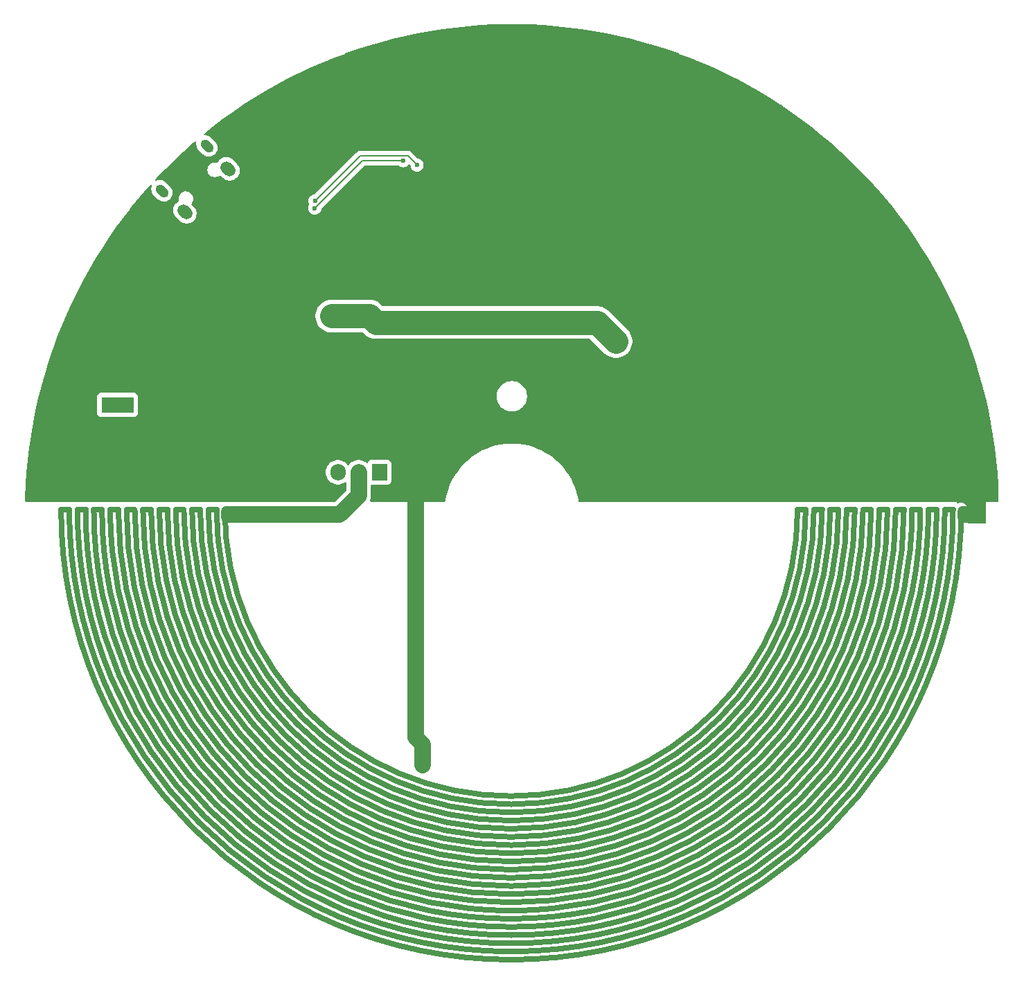
<source format=gbr>
%TF.GenerationSoftware,KiCad,Pcbnew,8.0.7*%
%TF.CreationDate,2025-03-03T14:35:13+00:00*%
%TF.ProjectId,FYP_Heater,4659505f-4865-4617-9465-722e6b696361,rev?*%
%TF.SameCoordinates,Original*%
%TF.FileFunction,Copper,L2,Bot*%
%TF.FilePolarity,Positive*%
%FSLAX46Y46*%
G04 Gerber Fmt 4.6, Leading zero omitted, Abs format (unit mm)*
G04 Created by KiCad (PCBNEW 8.0.7) date 2025-03-03 14:35:13*
%MOMM*%
%LPD*%
G01*
G04 APERTURE LIST*
G04 Aperture macros list*
%AMRoundRect*
0 Rectangle with rounded corners*
0 $1 Rounding radius*
0 $2 $3 $4 $5 $6 $7 $8 $9 X,Y pos of 4 corners*
0 Add a 4 corners polygon primitive as box body*
4,1,4,$2,$3,$4,$5,$6,$7,$8,$9,$2,$3,0*
0 Add four circle primitives for the rounded corners*
1,1,$1+$1,$2,$3*
1,1,$1+$1,$4,$5*
1,1,$1+$1,$6,$7*
1,1,$1+$1,$8,$9*
0 Add four rect primitives between the rounded corners*
20,1,$1+$1,$2,$3,$4,$5,0*
20,1,$1+$1,$4,$5,$6,$7,0*
20,1,$1+$1,$6,$7,$8,$9,0*
20,1,$1+$1,$8,$9,$2,$3,0*%
%AMHorizOval*
0 Thick line with rounded ends*
0 $1 width*
0 $2 $3 position (X,Y) of the first rounded end (center of the circle)*
0 $4 $5 position (X,Y) of the second rounded end (center of the circle)*
0 Add line between two ends*
20,1,$1,$2,$3,$4,$5,0*
0 Add two circle primitives to create the rounded ends*
1,1,$1,$2,$3*
1,1,$1,$4,$5*%
G04 Aperture macros list end*
%TA.AperFunction,Conductor*%
%ADD10C,0.700000*%
%TD*%
%TA.AperFunction,HeatsinkPad*%
%ADD11C,0.600000*%
%TD*%
%TA.AperFunction,ComponentPad*%
%ADD12R,3.960000X1.980000*%
%TD*%
%TA.AperFunction,ComponentPad*%
%ADD13O,3.960000X1.980000*%
%TD*%
%TA.AperFunction,ComponentPad*%
%ADD14HorizOval,1.150000X-0.229810X0.229810X0.229810X-0.229810X0*%
%TD*%
%TA.AperFunction,ComponentPad*%
%ADD15HorizOval,1.450000X-0.194454X0.194454X0.194454X-0.194454X0*%
%TD*%
%TA.AperFunction,ComponentPad*%
%ADD16R,1.905000X2.000000*%
%TD*%
%TA.AperFunction,ComponentPad*%
%ADD17O,1.905000X2.000000*%
%TD*%
%TA.AperFunction,SMDPad,CuDef*%
%ADD18RoundRect,0.500000X1.000000X0.500000X-1.000000X0.500000X-1.000000X-0.500000X1.000000X-0.500000X0*%
%TD*%
%TA.AperFunction,ViaPad*%
%ADD19C,0.500000*%
%TD*%
%TA.AperFunction,ViaPad*%
%ADD20C,2.400000*%
%TD*%
%TA.AperFunction,ViaPad*%
%ADD21C,0.600000*%
%TD*%
%TA.AperFunction,Conductor*%
%ADD22C,2.000000*%
%TD*%
%TA.AperFunction,Conductor*%
%ADD23C,3.000000*%
%TD*%
%TA.AperFunction,Conductor*%
%ADD24C,0.200000*%
%TD*%
G04 APERTURE END LIST*
D10*
%TO.N,Net-(H1-24V)*%
X148900000Y-99900000D02*
G75*
G02*
X48900000Y-99900000I-50000000J0D01*
G01*
X136900000Y-99900000D02*
G75*
G02*
X60900000Y-99900000I-38000000J0D01*
G01*
X146900000Y-99900000D02*
G75*
G02*
X50900000Y-99900000I-48000000J0D01*
G01*
X151900000Y-99900000D02*
G75*
G02*
X45900000Y-99900000I-53000000J0D01*
G01*
X147900000Y-99900000D02*
G75*
G02*
X49900000Y-99900000I-49000000J0D01*
G01*
X153900000Y-99900000D02*
G75*
G02*
X43900000Y-99900000I-55000000J0D01*
G01*
X133900000Y-99900000D02*
G75*
G02*
X63900000Y-99900000I-35000000J0D01*
G01*
X142900000Y-99900000D02*
G75*
G02*
X54900000Y-99900000I-44000000J0D01*
G01*
X143900000Y-99900000D02*
G75*
G02*
X53900000Y-99900000I-45000000J0D01*
G01*
X145900000Y-99900000D02*
G75*
G02*
X51900000Y-99900000I-47000000J0D01*
G01*
X135900000Y-99900000D02*
G75*
G02*
X61900000Y-99900000I-37000000J0D01*
G01*
X141900000Y-99900000D02*
G75*
G02*
X55900000Y-99900000I-43000000J0D01*
G01*
X137900000Y-99900000D02*
G75*
G02*
X59900000Y-99900000I-39000000J0D01*
G01*
X134900000Y-99900000D02*
G75*
G02*
X62900000Y-99900000I-36000000J0D01*
G01*
X152900000Y-99900000D02*
G75*
G02*
X44900000Y-99900000I-54000000J0D01*
G01*
X150900000Y-99900000D02*
G75*
G02*
X46900000Y-99900000I-52000000J0D01*
G01*
X139900000Y-99900000D02*
G75*
G02*
X57900000Y-99900000I-41000000J0D01*
G01*
X144900000Y-99900000D02*
G75*
G02*
X52900000Y-99900000I-46000000J0D01*
G01*
X140900000Y-99900000D02*
G75*
G02*
X56900000Y-99900000I-42000000J0D01*
G01*
X149900000Y-99900000D02*
G75*
G02*
X47900000Y-99900000I-51000000J0D01*
G01*
X138900000Y-99900000D02*
G75*
G02*
X58900000Y-99900000I-40000000J0D01*
G01*
%TD*%
D11*
%TO.P,U4,41,GND*%
%TO.N,GND*%
X96100000Y-48910000D03*
X96100000Y-50310000D03*
X96800000Y-48210000D03*
X96800000Y-49610000D03*
X96800000Y-51010000D03*
X97500000Y-48910000D03*
X97500000Y-50310000D03*
X98200000Y-48210000D03*
X98200000Y-49610000D03*
X98200000Y-51010000D03*
X98900000Y-48910000D03*
X98900000Y-50310000D03*
%TD*%
D12*
%TO.P,J3,1,Pin_1*%
%TO.N,5VIN*%
X50800000Y-87050000D03*
D13*
%TO.P,J3,2,Pin_2*%
%TO.N,GND*%
X50800000Y-92050000D03*
%TD*%
D14*
%TO.P,J1,6,Shield*%
%TO.N,unconnected-(J1-Shield-Pad6)_2*%
X61719061Y-55406928D03*
D15*
%TO.N,unconnected-(J1-Shield-Pad6)_1*%
X64300000Y-58200000D03*
%TO.N,unconnected-(J1-Shield-Pad6)_3*%
X59032055Y-63467945D03*
D14*
%TO.N,unconnected-(J1-Shield-Pad6)*%
X56238983Y-60887006D03*
%TD*%
D16*
%TO.P,Q4,1,G*%
%TO.N,Net-(Q4-G)*%
X82800000Y-95300000D03*
D17*
%TO.P,Q4,2,D*%
%TO.N,Net-(H1-24V)*%
X80260000Y-95300000D03*
%TO.P,Q4,3,S*%
%TO.N,5V*%
X77720000Y-95300000D03*
%TD*%
D18*
%TO.P,H1,1,24V*%
%TO.N,Net-(H1-24V)*%
X65000000Y-100500000D03*
%TO.P,H1,2,GND*%
%TO.N,GND*%
X155000000Y-100500000D03*
%TD*%
D19*
%TO.N,GND*%
X54500000Y-78800000D03*
X54500000Y-78200000D03*
D20*
X55000000Y-92050000D03*
D19*
X63825000Y-70375000D03*
X53000000Y-76500000D03*
D21*
X62100000Y-63200000D03*
X63800000Y-64500000D03*
D19*
X57225000Y-74475000D03*
X53600000Y-80000000D03*
X62525000Y-74475000D03*
X117700000Y-50500000D03*
X53000000Y-77200000D03*
D21*
X63800000Y-63900000D03*
D19*
X81875000Y-48375000D03*
X87600000Y-61300000D03*
D21*
X66100000Y-63900000D03*
X66100000Y-64500000D03*
D19*
X66025000Y-72075000D03*
X65225000Y-72075000D03*
X64325000Y-72075000D03*
X88100000Y-131800000D03*
X59025000Y-74475000D03*
X60725000Y-74475000D03*
X54000000Y-77700000D03*
D21*
X61600000Y-62700000D03*
D19*
X63825000Y-71275000D03*
D20*
%TO.N,+3V3*%
X111700000Y-79300000D03*
X77000000Y-76200000D03*
D21*
%TO.N,D-*%
X85700000Y-57200000D03*
X74900000Y-63000000D03*
%TO.N,D+*%
X87400000Y-57730000D03*
X74925735Y-62125735D03*
%TD*%
D22*
%TO.N,GND*%
X87200000Y-127700000D02*
X87200000Y-97100000D01*
X88100000Y-128600000D02*
X87200000Y-127700000D01*
X88100000Y-131100000D02*
X88100000Y-128600000D01*
D23*
%TO.N,+3V3*%
X77000000Y-76200000D02*
X81600000Y-76200000D01*
X82400000Y-77000000D02*
X109400000Y-77000000D01*
X109400000Y-77000000D02*
X111700000Y-79300000D01*
X81600000Y-76200000D02*
X82400000Y-77000000D01*
D10*
%TO.N,Net-(H1-24V)*%
X44900000Y-99900000D02*
X43900000Y-99900000D01*
X151900000Y-99900000D02*
X152900000Y-99900000D01*
X52900000Y-99900000D02*
X51900000Y-99900000D01*
X58900000Y-99900000D02*
X57900000Y-99900000D01*
X139900000Y-99900000D02*
X140900000Y-99900000D01*
X62900000Y-99900000D02*
X61900000Y-99900000D01*
X149900000Y-99900000D02*
X150900000Y-99900000D01*
X143900000Y-99900000D02*
X144900000Y-99900000D01*
X145900000Y-99900000D02*
X146900000Y-99900000D01*
X48900000Y-99900000D02*
X47900000Y-99900000D01*
X46900000Y-99900000D02*
X45900000Y-99900000D01*
X141900000Y-99900000D02*
X142900000Y-99900000D01*
X50900000Y-99900000D02*
X49900000Y-99900000D01*
X147900000Y-99900000D02*
X148900000Y-99900000D01*
D22*
X80260000Y-98205000D02*
X77965000Y-100500000D01*
D10*
X60900000Y-99900000D02*
X59900000Y-99900000D01*
X133900000Y-99900000D02*
X134900000Y-99900000D01*
X54900000Y-99900000D02*
X53900000Y-99900000D01*
D22*
X77965000Y-100500000D02*
X65000000Y-100500000D01*
X80260000Y-95300000D02*
X80260000Y-98205000D01*
D10*
X137900000Y-99900000D02*
X138900000Y-99900000D01*
X56900000Y-99900000D02*
X55900000Y-99900000D01*
X135900000Y-99900000D02*
X136900000Y-99900000D01*
D24*
%TO.N,D-*%
X74900000Y-63000000D02*
X80700000Y-57200000D01*
X80700000Y-57200000D02*
X85700000Y-57200000D01*
%TO.N,D+*%
X80451470Y-56600000D02*
X74925735Y-62125735D01*
X86270000Y-56600000D02*
X80451470Y-56600000D01*
X87400000Y-57730000D02*
X86270000Y-56600000D01*
%TD*%
%TA.AperFunction,Conductor*%
%TO.N,GND*%
G36*
X54800000Y-80300000D02*
G01*
X51725000Y-80322500D01*
X51720000Y-76450000D01*
X52100000Y-76100000D01*
X54800000Y-76100000D01*
X54800000Y-80300000D01*
G37*
%TD.AperFunction*%
%TD*%
%TA.AperFunction,Conductor*%
%TO.N,GND*%
G36*
X99774005Y-40505556D02*
G01*
X101315087Y-40545576D01*
X101318173Y-40545696D01*
X102857792Y-40625716D01*
X102860892Y-40625918D01*
X104397840Y-40745874D01*
X104401007Y-40746163D01*
X105934288Y-40905975D01*
X105937456Y-40906347D01*
X107466115Y-41105917D01*
X107469260Y-41106370D01*
X108992142Y-41345544D01*
X108995255Y-41346074D01*
X110511487Y-41624717D01*
X110514646Y-41625340D01*
X112023118Y-41943247D01*
X112026172Y-41943933D01*
X113525902Y-42300899D01*
X113528947Y-42301665D01*
X115018925Y-42697450D01*
X115021931Y-42698290D01*
X116501141Y-43132626D01*
X116504113Y-43133541D01*
X117971490Y-43606112D01*
X117974531Y-43607134D01*
X119429179Y-44117652D01*
X119432142Y-44118736D01*
X120873035Y-44666841D01*
X120875969Y-44668002D01*
X122302104Y-45253311D01*
X122305016Y-45254549D01*
X123143715Y-45624489D01*
X123715539Y-45876713D01*
X123718467Y-45878051D01*
X125112256Y-46536573D01*
X125115149Y-46537986D01*
X125904517Y-46936324D01*
X126491403Y-47232484D01*
X126494242Y-47233963D01*
X127852033Y-47963972D01*
X127854849Y-47965534D01*
X129193162Y-48730507D01*
X129195936Y-48732140D01*
X130514050Y-49531666D01*
X130516739Y-49533346D01*
X131813566Y-50366767D01*
X131816208Y-50368512D01*
X132283544Y-50686291D01*
X133091037Y-51235370D01*
X133093675Y-51237215D01*
X134345474Y-52136804D01*
X134348064Y-52138716D01*
X135576140Y-53070542D01*
X135578679Y-53072521D01*
X136782144Y-54035909D01*
X136784625Y-54037949D01*
X137962678Y-55032259D01*
X137965057Y-55034319D01*
X139050147Y-55999500D01*
X139116913Y-56058888D01*
X139119276Y-56061045D01*
X140228152Y-57100184D01*
X140244129Y-57115156D01*
X140246449Y-57117388D01*
X141343562Y-58200351D01*
X141345824Y-58202642D01*
X142414435Y-59313701D01*
X142416636Y-59316050D01*
X142683354Y-59608178D01*
X143190010Y-60163102D01*
X143456025Y-60454459D01*
X143458165Y-60456864D01*
X144467707Y-61621937D01*
X144469783Y-61624398D01*
X145448675Y-62815211D01*
X145450687Y-62817724D01*
X146398358Y-64033576D01*
X146400304Y-64036141D01*
X147316108Y-65276210D01*
X147317987Y-65278824D01*
X148201275Y-66542227D01*
X148203085Y-66544889D01*
X149053265Y-67830780D01*
X149055006Y-67833488D01*
X149871538Y-69141053D01*
X149873208Y-69143806D01*
X150655524Y-70472133D01*
X150657121Y-70474928D01*
X151404663Y-71823071D01*
X151406188Y-71825907D01*
X152118501Y-73193044D01*
X152119951Y-73195918D01*
X152796525Y-74581072D01*
X152797900Y-74583983D01*
X153438266Y-75986189D01*
X153439566Y-75989134D01*
X154043350Y-77407576D01*
X154044572Y-77410554D01*
X154611304Y-78844131D01*
X154612449Y-78847140D01*
X155141789Y-80294987D01*
X155142855Y-80298025D01*
X155634421Y-81759102D01*
X155635408Y-81762167D01*
X156088878Y-83235515D01*
X156089785Y-83238604D01*
X156504858Y-84723244D01*
X156505684Y-84726355D01*
X156729732Y-85616206D01*
X156829417Y-86012127D01*
X156882064Y-86221223D01*
X156882810Y-86224355D01*
X157220272Y-87728574D01*
X157220935Y-87731724D01*
X157519218Y-89244115D01*
X157519800Y-89247281D01*
X157778722Y-90766915D01*
X157779222Y-90770096D01*
X157998610Y-92295974D01*
X157999027Y-92299166D01*
X158178731Y-93830252D01*
X158179064Y-93833454D01*
X158318953Y-95368603D01*
X158319204Y-95371813D01*
X158419195Y-96910146D01*
X158419362Y-96913361D01*
X158479383Y-98453729D01*
X158479467Y-98456947D01*
X158483589Y-98774390D01*
X158464776Y-98841679D01*
X158412571Y-98888116D01*
X158359599Y-98900000D01*
X156900000Y-98900000D01*
X156900000Y-97800000D01*
X153400000Y-97800000D01*
X153400000Y-98900000D01*
X107237095Y-98900000D01*
X107170056Y-98880315D01*
X107124301Y-98827511D01*
X107114979Y-98797532D01*
X107112063Y-98780992D01*
X107026189Y-98293981D01*
X106887632Y-97738258D01*
X106710647Y-97193554D01*
X106496096Y-96662523D01*
X106245026Y-96147752D01*
X105958658Y-95651748D01*
X105638388Y-95176929D01*
X105638381Y-95176920D01*
X105638377Y-95176914D01*
X105285790Y-94725622D01*
X105285774Y-94725603D01*
X104902543Y-94299982D01*
X104490564Y-93902138D01*
X104490557Y-93902132D01*
X104490551Y-93902126D01*
X104327190Y-93765050D01*
X104051829Y-93533994D01*
X104051800Y-93533971D01*
X103588453Y-93197330D01*
X103588452Y-93197329D01*
X103102757Y-92893833D01*
X103102752Y-92893830D01*
X103102750Y-92893829D01*
X102597075Y-92624957D01*
X102597064Y-92624951D01*
X102597048Y-92624943D01*
X102073827Y-92391991D01*
X101535630Y-92196103D01*
X100985122Y-92038247D01*
X100985093Y-92038240D01*
X100985090Y-92038239D01*
X100985084Y-92038237D01*
X100985073Y-92038235D01*
X100424884Y-91919164D01*
X100424885Y-91919164D01*
X100424870Y-91919161D01*
X100424862Y-91919159D01*
X100424847Y-91919157D01*
X99857705Y-91839451D01*
X99286380Y-91799500D01*
X99286368Y-91799500D01*
X98713632Y-91799500D01*
X98713619Y-91799500D01*
X98142294Y-91839451D01*
X97575152Y-91919157D01*
X97575133Y-91919160D01*
X97575130Y-91919161D01*
X97575123Y-91919162D01*
X97575115Y-91919164D01*
X97014926Y-92038235D01*
X97014877Y-92038247D01*
X96464369Y-92196103D01*
X95926172Y-92391991D01*
X95402951Y-92624943D01*
X95402924Y-92624957D01*
X94897256Y-92893825D01*
X94897253Y-92893827D01*
X94411547Y-93197329D01*
X94411546Y-93197330D01*
X93948199Y-93533971D01*
X93948170Y-93533994D01*
X93509460Y-93902116D01*
X93509435Y-93902138D01*
X93097456Y-94299982D01*
X92714225Y-94725603D01*
X92714209Y-94725622D01*
X92361622Y-95176914D01*
X92361616Y-95176923D01*
X92041342Y-95651746D01*
X92041341Y-95651749D01*
X91754976Y-96147747D01*
X91503901Y-96662529D01*
X91289353Y-97193552D01*
X91112373Y-97738240D01*
X91112368Y-97738256D01*
X90973809Y-98293988D01*
X90899743Y-98714038D01*
X90889102Y-98774390D01*
X90885021Y-98797532D01*
X90853994Y-98860135D01*
X90794047Y-98896026D01*
X90762905Y-98900000D01*
X81782571Y-98900000D01*
X81715532Y-98880315D01*
X81669777Y-98827511D01*
X81659833Y-98758353D01*
X81664640Y-98737682D01*
X81723553Y-98556369D01*
X81748642Y-98397961D01*
X81760500Y-98323097D01*
X81760500Y-96924499D01*
X81780185Y-96857460D01*
X81832989Y-96811705D01*
X81884495Y-96800499D01*
X83800372Y-96800499D01*
X83859983Y-96794091D01*
X83994831Y-96743796D01*
X84110046Y-96657546D01*
X84196296Y-96542331D01*
X84246591Y-96407483D01*
X84253000Y-96347873D01*
X84252999Y-94252128D01*
X84246591Y-94192517D01*
X84233369Y-94157068D01*
X84196297Y-94057671D01*
X84196293Y-94057664D01*
X84110047Y-93942455D01*
X84110044Y-93942452D01*
X83994835Y-93856206D01*
X83994828Y-93856202D01*
X83859982Y-93805908D01*
X83859983Y-93805908D01*
X83800383Y-93799501D01*
X83800381Y-93799500D01*
X83800373Y-93799500D01*
X83800364Y-93799500D01*
X81799629Y-93799500D01*
X81799623Y-93799501D01*
X81740016Y-93805908D01*
X81605171Y-93856202D01*
X81605164Y-93856206D01*
X81489955Y-93942452D01*
X81489952Y-93942455D01*
X81403706Y-94057664D01*
X81403699Y-94057676D01*
X81396596Y-94076721D01*
X81354723Y-94132653D01*
X81289258Y-94157068D01*
X81220986Y-94142214D01*
X81207538Y-94133707D01*
X81046433Y-94016657D01*
X81032942Y-94009783D01*
X80835996Y-93909433D01*
X80611368Y-93836446D01*
X80378097Y-93799500D01*
X80378092Y-93799500D01*
X80141908Y-93799500D01*
X80141903Y-93799500D01*
X79908631Y-93836446D01*
X79684003Y-93909433D01*
X79473566Y-94016657D01*
X79417119Y-94057669D01*
X79282490Y-94155483D01*
X79282488Y-94155485D01*
X79282487Y-94155485D01*
X79115482Y-94322490D01*
X79078215Y-94373784D01*
X79022885Y-94416449D01*
X78953271Y-94422427D01*
X78891477Y-94389820D01*
X78877582Y-94373784D01*
X78828286Y-94305934D01*
X78666566Y-94144214D01*
X78481538Y-94009783D01*
X78277755Y-93905950D01*
X78060248Y-93835278D01*
X77874812Y-93805908D01*
X77834354Y-93799500D01*
X77605646Y-93799500D01*
X77565188Y-93805908D01*
X77379753Y-93835278D01*
X77379750Y-93835278D01*
X77162244Y-93905950D01*
X76958461Y-94009783D01*
X76892550Y-94057671D01*
X76773434Y-94144214D01*
X76773432Y-94144216D01*
X76773431Y-94144216D01*
X76611716Y-94305931D01*
X76611716Y-94305932D01*
X76611714Y-94305934D01*
X76562418Y-94373784D01*
X76477283Y-94490961D01*
X76373450Y-94694744D01*
X76302778Y-94912250D01*
X76302778Y-94912253D01*
X76267000Y-95138146D01*
X76267000Y-95461853D01*
X76302778Y-95687746D01*
X76302778Y-95687749D01*
X76373450Y-95905255D01*
X76373452Y-95905258D01*
X76477283Y-96109038D01*
X76611714Y-96294066D01*
X76773434Y-96455786D01*
X76958462Y-96590217D01*
X77162242Y-96694048D01*
X77162244Y-96694049D01*
X77379751Y-96764721D01*
X77379752Y-96764721D01*
X77379755Y-96764722D01*
X77605646Y-96800500D01*
X77605647Y-96800500D01*
X77834353Y-96800500D01*
X77834354Y-96800500D01*
X78060245Y-96764722D01*
X78060248Y-96764721D01*
X78060249Y-96764721D01*
X78277755Y-96694049D01*
X78277755Y-96694048D01*
X78277758Y-96694048D01*
X78481538Y-96590217D01*
X78562615Y-96531310D01*
X78628420Y-96507831D01*
X78696474Y-96523656D01*
X78745169Y-96573762D01*
X78759500Y-96631629D01*
X78759500Y-97532111D01*
X78739815Y-97599150D01*
X78723181Y-97619792D01*
X77479292Y-98863681D01*
X77417969Y-98897166D01*
X77391611Y-98900000D01*
X39640401Y-98900000D01*
X39573362Y-98880315D01*
X39527607Y-98827511D01*
X39516411Y-98774390D01*
X39516888Y-98737682D01*
X39520532Y-98456922D01*
X39520616Y-98453729D01*
X39525707Y-98323092D01*
X39580637Y-96913346D01*
X39580804Y-96910146D01*
X39587931Y-96800498D01*
X39680799Y-95371753D01*
X39681041Y-95368665D01*
X39820938Y-93833424D01*
X39821268Y-93830252D01*
X40000978Y-92299119D01*
X40001382Y-92296021D01*
X40220790Y-90770012D01*
X40221261Y-90767014D01*
X40480209Y-89247223D01*
X40480772Y-89244161D01*
X40779071Y-87731688D01*
X40779727Y-87728574D01*
X41117206Y-86224279D01*
X41117916Y-86221301D01*
X41170580Y-86012135D01*
X48319500Y-86012135D01*
X48319500Y-88087870D01*
X48319501Y-88087876D01*
X48325908Y-88147483D01*
X48376202Y-88282328D01*
X48376206Y-88282335D01*
X48462452Y-88397544D01*
X48462455Y-88397547D01*
X48577664Y-88483793D01*
X48577671Y-88483797D01*
X48712517Y-88534091D01*
X48712516Y-88534091D01*
X48719444Y-88534835D01*
X48772127Y-88540500D01*
X52827872Y-88540499D01*
X52887483Y-88534091D01*
X53022331Y-88483796D01*
X53137546Y-88397546D01*
X53223796Y-88282331D01*
X53274091Y-88147483D01*
X53280500Y-88087873D01*
X53280499Y-86012128D01*
X53274091Y-85952517D01*
X53246563Y-85878711D01*
X97149500Y-85878711D01*
X97149500Y-86121288D01*
X97181161Y-86361785D01*
X97243947Y-86596104D01*
X97336773Y-86820205D01*
X97336776Y-86820212D01*
X97458064Y-87030289D01*
X97458066Y-87030292D01*
X97458067Y-87030293D01*
X97605733Y-87222736D01*
X97605739Y-87222743D01*
X97777256Y-87394260D01*
X97777262Y-87394265D01*
X97969711Y-87541936D01*
X98179788Y-87663224D01*
X98403900Y-87756054D01*
X98638211Y-87818838D01*
X98818586Y-87842584D01*
X98878711Y-87850500D01*
X98878712Y-87850500D01*
X99121289Y-87850500D01*
X99169388Y-87844167D01*
X99361789Y-87818838D01*
X99596100Y-87756054D01*
X99820212Y-87663224D01*
X100030289Y-87541936D01*
X100222738Y-87394265D01*
X100394265Y-87222738D01*
X100541936Y-87030289D01*
X100663224Y-86820212D01*
X100756054Y-86596100D01*
X100818838Y-86361789D01*
X100850500Y-86121288D01*
X100850500Y-85878712D01*
X100818838Y-85638211D01*
X100756054Y-85403900D01*
X100663224Y-85179788D01*
X100541936Y-84969711D01*
X100394265Y-84777262D01*
X100394260Y-84777256D01*
X100222743Y-84605739D01*
X100222736Y-84605733D01*
X100030293Y-84458067D01*
X100030292Y-84458066D01*
X100030289Y-84458064D01*
X99820212Y-84336776D01*
X99820205Y-84336773D01*
X99596104Y-84243947D01*
X99361785Y-84181161D01*
X99121289Y-84149500D01*
X99121288Y-84149500D01*
X98878712Y-84149500D01*
X98878711Y-84149500D01*
X98638214Y-84181161D01*
X98403895Y-84243947D01*
X98179794Y-84336773D01*
X98179785Y-84336777D01*
X97969706Y-84458067D01*
X97777263Y-84605733D01*
X97777256Y-84605739D01*
X97605739Y-84777256D01*
X97605733Y-84777263D01*
X97458067Y-84969706D01*
X97336777Y-85179785D01*
X97336773Y-85179794D01*
X97243947Y-85403895D01*
X97181161Y-85638214D01*
X97149500Y-85878711D01*
X53246563Y-85878711D01*
X53223796Y-85817669D01*
X53223795Y-85817668D01*
X53223793Y-85817664D01*
X53137547Y-85702455D01*
X53137544Y-85702452D01*
X53022335Y-85616206D01*
X53022328Y-85616202D01*
X52887482Y-85565908D01*
X52887483Y-85565908D01*
X52827883Y-85559501D01*
X52827881Y-85559500D01*
X52827873Y-85559500D01*
X52827864Y-85559500D01*
X48772129Y-85559500D01*
X48772123Y-85559501D01*
X48712516Y-85565908D01*
X48577671Y-85616202D01*
X48577664Y-85616206D01*
X48462455Y-85702452D01*
X48462452Y-85702455D01*
X48376206Y-85817664D01*
X48376202Y-85817671D01*
X48325908Y-85952517D01*
X48319501Y-86012116D01*
X48319501Y-86012123D01*
X48319500Y-86012135D01*
X41170580Y-86012135D01*
X41494328Y-84726304D01*
X41495127Y-84723294D01*
X41910227Y-83238557D01*
X41911106Y-83235562D01*
X42364607Y-81762117D01*
X42365561Y-81759153D01*
X42857157Y-80297985D01*
X42858195Y-80295027D01*
X43387558Y-78847118D01*
X43388695Y-78844131D01*
X43406916Y-78798041D01*
X43955438Y-77410525D01*
X43956649Y-77407576D01*
X44364257Y-76450000D01*
X51720000Y-76450000D01*
X51725000Y-80322500D01*
X54800000Y-80300000D01*
X54800000Y-76100000D01*
X52100000Y-76100000D01*
X51720000Y-76450000D01*
X44364257Y-76450000D01*
X44526491Y-76068872D01*
X74999500Y-76068872D01*
X74999500Y-76331127D01*
X75026123Y-76533339D01*
X75033730Y-76591116D01*
X75101602Y-76844418D01*
X75101605Y-76844428D01*
X75201953Y-77086690D01*
X75201958Y-77086700D01*
X75333075Y-77313803D01*
X75492718Y-77521851D01*
X75492726Y-77521860D01*
X75678140Y-77707274D01*
X75678148Y-77707281D01*
X75886196Y-77866924D01*
X76113299Y-77998041D01*
X76113309Y-77998046D01*
X76355571Y-78098394D01*
X76355581Y-78098398D01*
X76608884Y-78166270D01*
X76868880Y-78200500D01*
X80720004Y-78200500D01*
X80787043Y-78220185D01*
X80807685Y-78236819D01*
X81078144Y-78507279D01*
X81078150Y-78507284D01*
X81195868Y-78597611D01*
X81195869Y-78597612D01*
X81286186Y-78666916D01*
X81286189Y-78666918D01*
X81286197Y-78666924D01*
X81368173Y-78714252D01*
X81512108Y-78797354D01*
X81513292Y-78798037D01*
X81513299Y-78798041D01*
X81513300Y-78798041D01*
X81513303Y-78798043D01*
X81755581Y-78898398D01*
X82008884Y-78966271D01*
X82130853Y-78982328D01*
X82268880Y-79000500D01*
X108520004Y-79000500D01*
X108587043Y-79020185D01*
X108607685Y-79036819D01*
X110378143Y-80807278D01*
X110378150Y-80807284D01*
X110586188Y-80966916D01*
X110586192Y-80966918D01*
X110586198Y-80966923D01*
X110813303Y-81098043D01*
X111055581Y-81198398D01*
X111308884Y-81266271D01*
X111503881Y-81291942D01*
X111568879Y-81300499D01*
X111568880Y-81300499D01*
X111831120Y-81300499D01*
X111883118Y-81293653D01*
X112091115Y-81266271D01*
X112344419Y-81198398D01*
X112534871Y-81119509D01*
X112586688Y-81098047D01*
X112586689Y-81098045D01*
X112586697Y-81098043D01*
X112813802Y-80966923D01*
X113021851Y-80807283D01*
X113207283Y-80621851D01*
X113366923Y-80413802D01*
X113498043Y-80186697D01*
X113598398Y-79944419D01*
X113666271Y-79691115D01*
X113700499Y-79431119D01*
X113700499Y-79168880D01*
X113666271Y-78908884D01*
X113598398Y-78655581D01*
X113498043Y-78413303D01*
X113366923Y-78186198D01*
X113366918Y-78186192D01*
X113366916Y-78186188D01*
X113207284Y-77978150D01*
X113207278Y-77978143D01*
X110721856Y-75492721D01*
X110721849Y-75492715D01*
X110604131Y-75402388D01*
X110604130Y-75402387D01*
X110513803Y-75333075D01*
X110286700Y-75201958D01*
X110286690Y-75201954D01*
X110044419Y-75101602D01*
X109791112Y-75033728D01*
X109661118Y-75016615D01*
X109531127Y-74999500D01*
X109531120Y-74999500D01*
X83279996Y-74999500D01*
X83212957Y-74979815D01*
X83192315Y-74963181D01*
X82921855Y-74692720D01*
X82921849Y-74692715D01*
X82804131Y-74602388D01*
X82804130Y-74602387D01*
X82713803Y-74533075D01*
X82486700Y-74401958D01*
X82486690Y-74401954D01*
X82244419Y-74301602D01*
X81991116Y-74233729D01*
X81991115Y-74233728D01*
X81991112Y-74233728D01*
X81861118Y-74216615D01*
X81731127Y-74199500D01*
X81731120Y-74199500D01*
X76868880Y-74199500D01*
X76868872Y-74199500D01*
X76637772Y-74229926D01*
X76608884Y-74233730D01*
X76355581Y-74301602D01*
X76355571Y-74301605D01*
X76113309Y-74401953D01*
X76113299Y-74401958D01*
X75886196Y-74533075D01*
X75678148Y-74692718D01*
X75492718Y-74878148D01*
X75333075Y-75086196D01*
X75201958Y-75313299D01*
X75201953Y-75313309D01*
X75101605Y-75555571D01*
X75101602Y-75555581D01*
X75044061Y-75770330D01*
X75033730Y-75808885D01*
X74999500Y-76068872D01*
X44526491Y-76068872D01*
X44560450Y-75989093D01*
X44561714Y-75986232D01*
X45202110Y-74583958D01*
X45203474Y-74581072D01*
X45880089Y-73195836D01*
X45881457Y-73193124D01*
X46593847Y-71825838D01*
X46595298Y-71823140D01*
X47342906Y-70474878D01*
X47344447Y-70472181D01*
X48126821Y-69143755D01*
X48128430Y-69141103D01*
X48945044Y-67833408D01*
X48946681Y-67830862D01*
X49796940Y-66544849D01*
X49798697Y-66542266D01*
X50682035Y-65278791D01*
X50683891Y-65276210D01*
X51101644Y-64710541D01*
X51599703Y-64036129D01*
X51601604Y-64033624D01*
X52269252Y-63177037D01*
X57612102Y-63177037D01*
X57612102Y-63369944D01*
X57642277Y-63560463D01*
X57701886Y-63743919D01*
X57701889Y-63743926D01*
X57783943Y-63904967D01*
X57789459Y-63915793D01*
X57902842Y-64071851D01*
X58428149Y-64597158D01*
X58584207Y-64710541D01*
X58756073Y-64798110D01*
X58756083Y-64798115D01*
X58820322Y-64818987D01*
X58939538Y-64857723D01*
X59130060Y-64887899D01*
X59130061Y-64887899D01*
X59322957Y-64887899D01*
X59322958Y-64887899D01*
X59513481Y-64857723D01*
X59696937Y-64798114D01*
X59868811Y-64710541D01*
X60024869Y-64597158D01*
X60161268Y-64460759D01*
X60274651Y-64304701D01*
X60362224Y-64132827D01*
X60421833Y-63949371D01*
X60452009Y-63758848D01*
X60452009Y-63565950D01*
X60421833Y-63375428D01*
X60362224Y-63191971D01*
X60274651Y-63020097D01*
X60260047Y-62999996D01*
X74094435Y-62999996D01*
X74094435Y-63000003D01*
X74114630Y-63179249D01*
X74114631Y-63179254D01*
X74174211Y-63349523D01*
X74270184Y-63502262D01*
X74397738Y-63629816D01*
X74550478Y-63725789D01*
X74720745Y-63785368D01*
X74720750Y-63785369D01*
X74899996Y-63805565D01*
X74900000Y-63805565D01*
X74900004Y-63805565D01*
X75079249Y-63785369D01*
X75079252Y-63785368D01*
X75079255Y-63785368D01*
X75249522Y-63725789D01*
X75402262Y-63629816D01*
X75529816Y-63502262D01*
X75625789Y-63349522D01*
X75685368Y-63179255D01*
X75695161Y-63092329D01*
X75722226Y-63027918D01*
X75730690Y-63018543D01*
X80912417Y-57836819D01*
X80973740Y-57803334D01*
X81000098Y-57800500D01*
X85117588Y-57800500D01*
X85184627Y-57820185D01*
X85194903Y-57827555D01*
X85197736Y-57829814D01*
X85197738Y-57829816D01*
X85350478Y-57925789D01*
X85520745Y-57985368D01*
X85520750Y-57985369D01*
X85699996Y-58005565D01*
X85700000Y-58005565D01*
X85700004Y-58005565D01*
X85879249Y-57985369D01*
X85879252Y-57985368D01*
X85879255Y-57985368D01*
X86049522Y-57925789D01*
X86202262Y-57829816D01*
X86329816Y-57702262D01*
X86329816Y-57702261D01*
X86334741Y-57697337D01*
X86335862Y-57698458D01*
X86386203Y-57663118D01*
X86456015Y-57660263D01*
X86513652Y-57692887D01*
X86569298Y-57748533D01*
X86602783Y-57809856D01*
X86604837Y-57822330D01*
X86614630Y-57909249D01*
X86614631Y-57909254D01*
X86614632Y-57909255D01*
X86622538Y-57931849D01*
X86674210Y-58079521D01*
X86770184Y-58232262D01*
X86897738Y-58359816D01*
X87050478Y-58455789D01*
X87150828Y-58490903D01*
X87220745Y-58515368D01*
X87220750Y-58515369D01*
X87399996Y-58535565D01*
X87400000Y-58535565D01*
X87400004Y-58535565D01*
X87579249Y-58515369D01*
X87579252Y-58515368D01*
X87579255Y-58515368D01*
X87749522Y-58455789D01*
X87902262Y-58359816D01*
X88029816Y-58232262D01*
X88125789Y-58079522D01*
X88185368Y-57909255D01*
X88194319Y-57829814D01*
X88205565Y-57730003D01*
X88205565Y-57729996D01*
X88185369Y-57550750D01*
X88185368Y-57550745D01*
X88125788Y-57380476D01*
X88029815Y-57227737D01*
X87902262Y-57100184D01*
X87749521Y-57004210D01*
X87579249Y-56944630D01*
X87492330Y-56934837D01*
X87427916Y-56907770D01*
X87418533Y-56899298D01*
X86757590Y-56238355D01*
X86757588Y-56238352D01*
X86638717Y-56119481D01*
X86638709Y-56119475D01*
X86517658Y-56049587D01*
X86517655Y-56049586D01*
X86501785Y-56040423D01*
X86349057Y-55999499D01*
X86190943Y-55999499D01*
X86183347Y-55999499D01*
X86183331Y-55999500D01*
X80372410Y-55999500D01*
X80331489Y-56010464D01*
X80331489Y-56010465D01*
X80294221Y-56020451D01*
X80219684Y-56040423D01*
X80219679Y-56040426D01*
X80082760Y-56119475D01*
X80082752Y-56119481D01*
X79970948Y-56231286D01*
X74907200Y-61295033D01*
X74845877Y-61328518D01*
X74833403Y-61330572D01*
X74746485Y-61340365D01*
X74576213Y-61399945D01*
X74423472Y-61495919D01*
X74295919Y-61623472D01*
X74199946Y-61776211D01*
X74140366Y-61946480D01*
X74140365Y-61946485D01*
X74120170Y-62125731D01*
X74120170Y-62125738D01*
X74140365Y-62304984D01*
X74140368Y-62304997D01*
X74199944Y-62475253D01*
X74199945Y-62475255D01*
X74199946Y-62475257D01*
X74200672Y-62476412D01*
X74200913Y-62477267D01*
X74202966Y-62481529D01*
X74202219Y-62481888D01*
X74219675Y-62543647D01*
X74200676Y-62608359D01*
X74174208Y-62650482D01*
X74114633Y-62820737D01*
X74114630Y-62820750D01*
X74094435Y-62999996D01*
X60260047Y-62999996D01*
X60161268Y-62864039D01*
X59876963Y-62579734D01*
X59843478Y-62518411D01*
X59848462Y-62448719D01*
X59872495Y-62409080D01*
X59888331Y-62391493D01*
X59982977Y-62227561D01*
X60041472Y-62047533D01*
X60061258Y-61859277D01*
X60041472Y-61671021D01*
X59982977Y-61490993D01*
X59888331Y-61327061D01*
X59761669Y-61186389D01*
X59761668Y-61186388D01*
X59608532Y-61075128D01*
X59608527Y-61075125D01*
X59435605Y-60998134D01*
X59435600Y-60998132D01*
X59289799Y-60967142D01*
X59250444Y-60958777D01*
X59061152Y-60958777D01*
X59028695Y-60965675D01*
X58875995Y-60998132D01*
X58875990Y-60998134D01*
X58703068Y-61075125D01*
X58703063Y-61075128D01*
X58549927Y-61186388D01*
X58423264Y-61327062D01*
X58328619Y-61490992D01*
X58328616Y-61490999D01*
X58270125Y-61671017D01*
X58270124Y-61671021D01*
X58259068Y-61776213D01*
X58250338Y-61859277D01*
X58270124Y-62047533D01*
X58270125Y-62047537D01*
X58276339Y-62066662D01*
X58278332Y-62136503D01*
X58242250Y-62196335D01*
X58214705Y-62215460D01*
X58195301Y-62225347D01*
X58192254Y-62227561D01*
X58039241Y-62338732D01*
X58039239Y-62338734D01*
X58039238Y-62338734D01*
X57902844Y-62475128D01*
X57902844Y-62475129D01*
X57902842Y-62475131D01*
X57898194Y-62481529D01*
X57789462Y-62631184D01*
X57789457Y-62631192D01*
X57701889Y-62803055D01*
X57701886Y-62803062D01*
X57642277Y-62986518D01*
X57612102Y-63177037D01*
X52269252Y-63177037D01*
X52549325Y-62817706D01*
X52551324Y-62815211D01*
X52561317Y-62803055D01*
X53530248Y-61624359D01*
X53532259Y-61621975D01*
X54541874Y-60456818D01*
X54543931Y-60454506D01*
X54778562Y-60197523D01*
X54838300Y-60161288D01*
X54908146Y-60163102D01*
X54965923Y-60202390D01*
X54993289Y-60266677D01*
X54988065Y-60319451D01*
X54960154Y-60405348D01*
X54933673Y-60572546D01*
X54933673Y-60741845D01*
X54960154Y-60909043D01*
X55012469Y-61070049D01*
X55065323Y-61173778D01*
X55079427Y-61201460D01*
X55089325Y-61220884D01*
X55188821Y-61357830D01*
X55188825Y-61357835D01*
X55188827Y-61357837D01*
X55768152Y-61937162D01*
X55905108Y-62036667D01*
X56055945Y-62113521D01*
X56216946Y-62165834D01*
X56279647Y-62175764D01*
X56384144Y-62192316D01*
X56384149Y-62192316D01*
X56553442Y-62192316D01*
X56720640Y-62165834D01*
X56881642Y-62113521D01*
X57032478Y-62036667D01*
X57169434Y-61937162D01*
X57289139Y-61817457D01*
X57388644Y-61680501D01*
X57465498Y-61529665D01*
X57517811Y-61368663D01*
X57529473Y-61295033D01*
X57544293Y-61201465D01*
X57544293Y-61032166D01*
X57526638Y-60920703D01*
X57517811Y-60864969D01*
X57465498Y-60703968D01*
X57388644Y-60553131D01*
X57289139Y-60416175D01*
X56709814Y-59836850D01*
X56709812Y-59836848D01*
X56709807Y-59836844D01*
X56572861Y-59737348D01*
X56572860Y-59737347D01*
X56572858Y-59737346D01*
X56525755Y-59713346D01*
X56422026Y-59660492D01*
X56261020Y-59608177D01*
X56093822Y-59581696D01*
X56093817Y-59581696D01*
X55924529Y-59581696D01*
X55924524Y-59581696D01*
X55757325Y-59608177D01*
X55596316Y-59660493D01*
X55591896Y-59662746D01*
X55523226Y-59675636D01*
X55458488Y-59649354D01*
X55418236Y-59592244D01*
X55415249Y-59522438D01*
X55444036Y-59468650D01*
X55583396Y-59316014D01*
X55585531Y-59313736D01*
X56537701Y-58323743D01*
X61785872Y-58323743D01*
X61805658Y-58511999D01*
X61805659Y-58512002D01*
X61864150Y-58692020D01*
X61864153Y-58692027D01*
X61958799Y-58855959D01*
X62054043Y-58961738D01*
X62085461Y-58996631D01*
X62238597Y-59107891D01*
X62238602Y-59107894D01*
X62411524Y-59184885D01*
X62411529Y-59184887D01*
X62596686Y-59224243D01*
X62596687Y-59224243D01*
X62785976Y-59224243D01*
X62785978Y-59224243D01*
X62971135Y-59184887D01*
X63144062Y-59107894D01*
X63249931Y-59030975D01*
X63315734Y-59007497D01*
X63383788Y-59023322D01*
X63410495Y-59043614D01*
X63696094Y-59329213D01*
X63852152Y-59442596D01*
X63903283Y-59468648D01*
X64024028Y-59530170D01*
X64088267Y-59551042D01*
X64207483Y-59589778D01*
X64398005Y-59619954D01*
X64398006Y-59619954D01*
X64590902Y-59619954D01*
X64590903Y-59619954D01*
X64781426Y-59589778D01*
X64964882Y-59530169D01*
X65136756Y-59442596D01*
X65292814Y-59329213D01*
X65429213Y-59192814D01*
X65542596Y-59036756D01*
X65630169Y-58864882D01*
X65689778Y-58681426D01*
X65719954Y-58490903D01*
X65719954Y-58298005D01*
X65689778Y-58107483D01*
X65630169Y-57924026D01*
X65542596Y-57752152D01*
X65429213Y-57596094D01*
X64903906Y-57070787D01*
X64747848Y-56957404D01*
X64694025Y-56929980D01*
X64575981Y-56869834D01*
X64575974Y-56869831D01*
X64392518Y-56810222D01*
X64201999Y-56780047D01*
X64201995Y-56780047D01*
X64009097Y-56780047D01*
X64009093Y-56780047D01*
X63818573Y-56810222D01*
X63635117Y-56869831D01*
X63635110Y-56869834D01*
X63463247Y-56957402D01*
X63463239Y-56957407D01*
X63398821Y-57004210D01*
X63307186Y-57070787D01*
X63307184Y-57070789D01*
X63307183Y-57070789D01*
X63170789Y-57207183D01*
X63170789Y-57207184D01*
X63170787Y-57207186D01*
X63155856Y-57227737D01*
X63057404Y-57363243D01*
X63046492Y-57384659D01*
X62998516Y-57435454D01*
X62930695Y-57452248D01*
X62910228Y-57449653D01*
X62785978Y-57423243D01*
X62596686Y-57423243D01*
X62564229Y-57430141D01*
X62411529Y-57462598D01*
X62411524Y-57462600D01*
X62238602Y-57539591D01*
X62238597Y-57539594D01*
X62085461Y-57650854D01*
X61958798Y-57791528D01*
X61864153Y-57955458D01*
X61864150Y-57955465D01*
X61814757Y-58107483D01*
X61805658Y-58135487D01*
X61785872Y-58323743D01*
X56537701Y-58323743D01*
X56654200Y-58202616D01*
X56656437Y-58200351D01*
X57314531Y-57550745D01*
X57753562Y-57117376D01*
X57755818Y-57115205D01*
X58880761Y-56061010D01*
X58883031Y-56058937D01*
X60034980Y-55034286D01*
X60037282Y-55032291D01*
X60228283Y-54871081D01*
X60292209Y-54842884D01*
X60361233Y-54853725D01*
X60413438Y-54900162D01*
X60432251Y-54967451D01*
X60430734Y-54985238D01*
X60413751Y-55092467D01*
X60413751Y-55261767D01*
X60440232Y-55428965D01*
X60492547Y-55589971D01*
X60545401Y-55693700D01*
X60559505Y-55721382D01*
X60569403Y-55740806D01*
X60668899Y-55877752D01*
X60668903Y-55877757D01*
X60668905Y-55877759D01*
X61248230Y-56457084D01*
X61385186Y-56556589D01*
X61536023Y-56633443D01*
X61697024Y-56685756D01*
X61759725Y-56695686D01*
X61864222Y-56712238D01*
X61864227Y-56712238D01*
X62033520Y-56712238D01*
X62200718Y-56685756D01*
X62361720Y-56633443D01*
X62512556Y-56556589D01*
X62649512Y-56457084D01*
X62769217Y-56337379D01*
X62868722Y-56200423D01*
X62945576Y-56049587D01*
X62997889Y-55888585D01*
X63021295Y-55740806D01*
X63024371Y-55721387D01*
X63024371Y-55552088D01*
X63006716Y-55440625D01*
X62997889Y-55384891D01*
X62945576Y-55223890D01*
X62868722Y-55073053D01*
X62769217Y-54936097D01*
X62189892Y-54356772D01*
X62189890Y-54356770D01*
X62189885Y-54356766D01*
X62052939Y-54257270D01*
X62052938Y-54257269D01*
X62052936Y-54257268D01*
X62005833Y-54233268D01*
X61902104Y-54180414D01*
X61741098Y-54128099D01*
X61573900Y-54101618D01*
X61573895Y-54101618D01*
X61489093Y-54101618D01*
X61422054Y-54081933D01*
X61376299Y-54029129D01*
X61366355Y-53959971D01*
X61395380Y-53896415D01*
X61411601Y-53880814D01*
X62421369Y-53072482D01*
X62423809Y-53070580D01*
X63651976Y-52138685D01*
X63654483Y-52136834D01*
X64906334Y-51237207D01*
X64908962Y-51235370D01*
X66183826Y-50368489D01*
X66186396Y-50366790D01*
X67483296Y-49533324D01*
X67485915Y-49531687D01*
X68804091Y-48732123D01*
X68806809Y-48730523D01*
X70145163Y-47965526D01*
X70147966Y-47963972D01*
X71505803Y-47233938D01*
X71508564Y-47232500D01*
X72884858Y-46537981D01*
X72887743Y-46536573D01*
X74281544Y-45878045D01*
X74284460Y-45876713D01*
X75695010Y-45254538D01*
X75697866Y-45253322D01*
X77124057Y-44667991D01*
X77126938Y-44666851D01*
X78567882Y-44118726D01*
X78570796Y-44117661D01*
X80025491Y-43607126D01*
X80028476Y-43606122D01*
X81495908Y-43133534D01*
X81498836Y-43132632D01*
X82978088Y-42698285D01*
X82981054Y-42697455D01*
X84471071Y-42301660D01*
X84474078Y-42300903D01*
X85973844Y-41943929D01*
X85976864Y-41943251D01*
X87485368Y-41625337D01*
X87488497Y-41624719D01*
X89004756Y-41346071D01*
X89007844Y-41345546D01*
X90530750Y-41106368D01*
X90533873Y-41105918D01*
X92062551Y-40906346D01*
X92065702Y-40905976D01*
X93598999Y-40746162D01*
X93602152Y-40745875D01*
X95139112Y-40625917D01*
X95142202Y-40625716D01*
X96681829Y-40545696D01*
X96684909Y-40545576D01*
X98225995Y-40505556D01*
X98229214Y-40505514D01*
X99770786Y-40505514D01*
X99774005Y-40505556D01*
G37*
%TD.AperFunction*%
%TD*%
%TA.AperFunction,Conductor*%
%TO.N,GND*%
G36*
X156900000Y-98900000D02*
G01*
X156900000Y-101476000D01*
X156880315Y-101543039D01*
X156827511Y-101588794D01*
X156776000Y-101600000D01*
X154852375Y-101600000D01*
X154785336Y-101580315D01*
X154739581Y-101527511D01*
X154728419Y-101472699D01*
X154750500Y-100643518D01*
X154750500Y-99810609D01*
X154713329Y-99635733D01*
X154713327Y-99635728D01*
X154699915Y-99605606D01*
X154640612Y-99472408D01*
X154535526Y-99327770D01*
X154402665Y-99208141D01*
X154247835Y-99118750D01*
X154247829Y-99118747D01*
X154077807Y-99063504D01*
X154077805Y-99063503D01*
X153900000Y-99044815D01*
X153722194Y-99063503D01*
X153722192Y-99063504D01*
X153562318Y-99115450D01*
X153492476Y-99117445D01*
X153432644Y-99081364D01*
X153401816Y-99018663D01*
X153400000Y-98997519D01*
X153400000Y-98900000D01*
X153400000Y-97800000D01*
X156900000Y-97800000D01*
X156900000Y-98900000D01*
G37*
%TD.AperFunction*%
%TD*%
M02*

</source>
